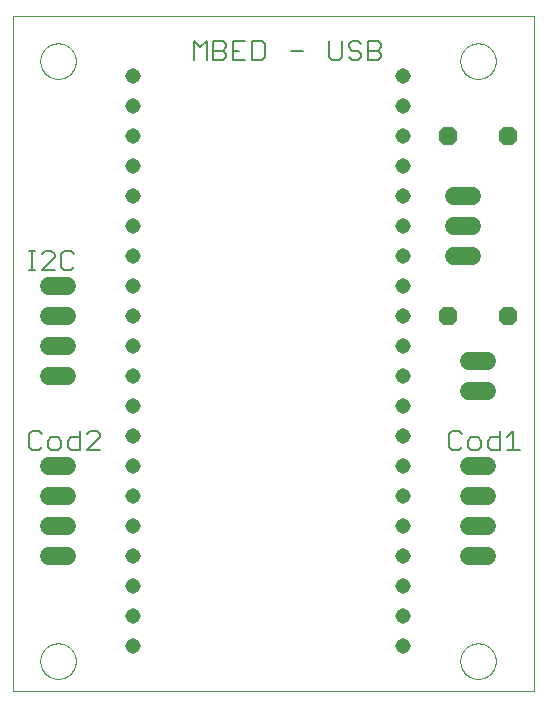
<source format=gtl>
G75*
%MOIN*%
%OFA0B0*%
%FSLAX25Y25*%
%IPPOS*%
%LPD*%
%AMOC8*
5,1,8,0,0,1.08239X$1,22.5*
%
%ADD10C,0.00000*%
%ADD11C,0.00600*%
%ADD12C,0.05937*%
%ADD13OC8,0.06300*%
%ADD14C,0.06000*%
%ADD15C,0.05150*%
D10*
X0006333Y0002000D02*
X0006333Y0226961D01*
X0180034Y0226961D01*
X0180034Y0002000D01*
X0006333Y0002000D01*
X0015427Y0012000D02*
X0015429Y0012153D01*
X0015435Y0012307D01*
X0015445Y0012460D01*
X0015459Y0012612D01*
X0015477Y0012765D01*
X0015499Y0012916D01*
X0015524Y0013067D01*
X0015554Y0013218D01*
X0015588Y0013368D01*
X0015625Y0013516D01*
X0015666Y0013664D01*
X0015711Y0013810D01*
X0015760Y0013956D01*
X0015813Y0014100D01*
X0015869Y0014242D01*
X0015929Y0014383D01*
X0015993Y0014523D01*
X0016060Y0014661D01*
X0016131Y0014797D01*
X0016206Y0014931D01*
X0016283Y0015063D01*
X0016365Y0015193D01*
X0016449Y0015321D01*
X0016537Y0015447D01*
X0016628Y0015570D01*
X0016722Y0015691D01*
X0016820Y0015809D01*
X0016920Y0015925D01*
X0017024Y0016038D01*
X0017130Y0016149D01*
X0017239Y0016257D01*
X0017351Y0016362D01*
X0017465Y0016463D01*
X0017583Y0016562D01*
X0017702Y0016658D01*
X0017824Y0016751D01*
X0017949Y0016840D01*
X0018076Y0016927D01*
X0018205Y0017009D01*
X0018336Y0017089D01*
X0018469Y0017165D01*
X0018604Y0017238D01*
X0018741Y0017307D01*
X0018880Y0017372D01*
X0019020Y0017434D01*
X0019162Y0017492D01*
X0019305Y0017547D01*
X0019450Y0017598D01*
X0019596Y0017645D01*
X0019743Y0017688D01*
X0019891Y0017727D01*
X0020040Y0017763D01*
X0020190Y0017794D01*
X0020341Y0017822D01*
X0020492Y0017846D01*
X0020645Y0017866D01*
X0020797Y0017882D01*
X0020950Y0017894D01*
X0021103Y0017902D01*
X0021256Y0017906D01*
X0021410Y0017906D01*
X0021563Y0017902D01*
X0021716Y0017894D01*
X0021869Y0017882D01*
X0022021Y0017866D01*
X0022174Y0017846D01*
X0022325Y0017822D01*
X0022476Y0017794D01*
X0022626Y0017763D01*
X0022775Y0017727D01*
X0022923Y0017688D01*
X0023070Y0017645D01*
X0023216Y0017598D01*
X0023361Y0017547D01*
X0023504Y0017492D01*
X0023646Y0017434D01*
X0023786Y0017372D01*
X0023925Y0017307D01*
X0024062Y0017238D01*
X0024197Y0017165D01*
X0024330Y0017089D01*
X0024461Y0017009D01*
X0024590Y0016927D01*
X0024717Y0016840D01*
X0024842Y0016751D01*
X0024964Y0016658D01*
X0025083Y0016562D01*
X0025201Y0016463D01*
X0025315Y0016362D01*
X0025427Y0016257D01*
X0025536Y0016149D01*
X0025642Y0016038D01*
X0025746Y0015925D01*
X0025846Y0015809D01*
X0025944Y0015691D01*
X0026038Y0015570D01*
X0026129Y0015447D01*
X0026217Y0015321D01*
X0026301Y0015193D01*
X0026383Y0015063D01*
X0026460Y0014931D01*
X0026535Y0014797D01*
X0026606Y0014661D01*
X0026673Y0014523D01*
X0026737Y0014383D01*
X0026797Y0014242D01*
X0026853Y0014100D01*
X0026906Y0013956D01*
X0026955Y0013810D01*
X0027000Y0013664D01*
X0027041Y0013516D01*
X0027078Y0013368D01*
X0027112Y0013218D01*
X0027142Y0013067D01*
X0027167Y0012916D01*
X0027189Y0012765D01*
X0027207Y0012612D01*
X0027221Y0012460D01*
X0027231Y0012307D01*
X0027237Y0012153D01*
X0027239Y0012000D01*
X0027237Y0011847D01*
X0027231Y0011693D01*
X0027221Y0011540D01*
X0027207Y0011388D01*
X0027189Y0011235D01*
X0027167Y0011084D01*
X0027142Y0010933D01*
X0027112Y0010782D01*
X0027078Y0010632D01*
X0027041Y0010484D01*
X0027000Y0010336D01*
X0026955Y0010190D01*
X0026906Y0010044D01*
X0026853Y0009900D01*
X0026797Y0009758D01*
X0026737Y0009617D01*
X0026673Y0009477D01*
X0026606Y0009339D01*
X0026535Y0009203D01*
X0026460Y0009069D01*
X0026383Y0008937D01*
X0026301Y0008807D01*
X0026217Y0008679D01*
X0026129Y0008553D01*
X0026038Y0008430D01*
X0025944Y0008309D01*
X0025846Y0008191D01*
X0025746Y0008075D01*
X0025642Y0007962D01*
X0025536Y0007851D01*
X0025427Y0007743D01*
X0025315Y0007638D01*
X0025201Y0007537D01*
X0025083Y0007438D01*
X0024964Y0007342D01*
X0024842Y0007249D01*
X0024717Y0007160D01*
X0024590Y0007073D01*
X0024461Y0006991D01*
X0024330Y0006911D01*
X0024197Y0006835D01*
X0024062Y0006762D01*
X0023925Y0006693D01*
X0023786Y0006628D01*
X0023646Y0006566D01*
X0023504Y0006508D01*
X0023361Y0006453D01*
X0023216Y0006402D01*
X0023070Y0006355D01*
X0022923Y0006312D01*
X0022775Y0006273D01*
X0022626Y0006237D01*
X0022476Y0006206D01*
X0022325Y0006178D01*
X0022174Y0006154D01*
X0022021Y0006134D01*
X0021869Y0006118D01*
X0021716Y0006106D01*
X0021563Y0006098D01*
X0021410Y0006094D01*
X0021256Y0006094D01*
X0021103Y0006098D01*
X0020950Y0006106D01*
X0020797Y0006118D01*
X0020645Y0006134D01*
X0020492Y0006154D01*
X0020341Y0006178D01*
X0020190Y0006206D01*
X0020040Y0006237D01*
X0019891Y0006273D01*
X0019743Y0006312D01*
X0019596Y0006355D01*
X0019450Y0006402D01*
X0019305Y0006453D01*
X0019162Y0006508D01*
X0019020Y0006566D01*
X0018880Y0006628D01*
X0018741Y0006693D01*
X0018604Y0006762D01*
X0018469Y0006835D01*
X0018336Y0006911D01*
X0018205Y0006991D01*
X0018076Y0007073D01*
X0017949Y0007160D01*
X0017824Y0007249D01*
X0017702Y0007342D01*
X0017583Y0007438D01*
X0017465Y0007537D01*
X0017351Y0007638D01*
X0017239Y0007743D01*
X0017130Y0007851D01*
X0017024Y0007962D01*
X0016920Y0008075D01*
X0016820Y0008191D01*
X0016722Y0008309D01*
X0016628Y0008430D01*
X0016537Y0008553D01*
X0016449Y0008679D01*
X0016365Y0008807D01*
X0016283Y0008937D01*
X0016206Y0009069D01*
X0016131Y0009203D01*
X0016060Y0009339D01*
X0015993Y0009477D01*
X0015929Y0009617D01*
X0015869Y0009758D01*
X0015813Y0009900D01*
X0015760Y0010044D01*
X0015711Y0010190D01*
X0015666Y0010336D01*
X0015625Y0010484D01*
X0015588Y0010632D01*
X0015554Y0010782D01*
X0015524Y0010933D01*
X0015499Y0011084D01*
X0015477Y0011235D01*
X0015459Y0011388D01*
X0015445Y0011540D01*
X0015435Y0011693D01*
X0015429Y0011847D01*
X0015427Y0012000D01*
X0155427Y0012000D02*
X0155429Y0012153D01*
X0155435Y0012307D01*
X0155445Y0012460D01*
X0155459Y0012612D01*
X0155477Y0012765D01*
X0155499Y0012916D01*
X0155524Y0013067D01*
X0155554Y0013218D01*
X0155588Y0013368D01*
X0155625Y0013516D01*
X0155666Y0013664D01*
X0155711Y0013810D01*
X0155760Y0013956D01*
X0155813Y0014100D01*
X0155869Y0014242D01*
X0155929Y0014383D01*
X0155993Y0014523D01*
X0156060Y0014661D01*
X0156131Y0014797D01*
X0156206Y0014931D01*
X0156283Y0015063D01*
X0156365Y0015193D01*
X0156449Y0015321D01*
X0156537Y0015447D01*
X0156628Y0015570D01*
X0156722Y0015691D01*
X0156820Y0015809D01*
X0156920Y0015925D01*
X0157024Y0016038D01*
X0157130Y0016149D01*
X0157239Y0016257D01*
X0157351Y0016362D01*
X0157465Y0016463D01*
X0157583Y0016562D01*
X0157702Y0016658D01*
X0157824Y0016751D01*
X0157949Y0016840D01*
X0158076Y0016927D01*
X0158205Y0017009D01*
X0158336Y0017089D01*
X0158469Y0017165D01*
X0158604Y0017238D01*
X0158741Y0017307D01*
X0158880Y0017372D01*
X0159020Y0017434D01*
X0159162Y0017492D01*
X0159305Y0017547D01*
X0159450Y0017598D01*
X0159596Y0017645D01*
X0159743Y0017688D01*
X0159891Y0017727D01*
X0160040Y0017763D01*
X0160190Y0017794D01*
X0160341Y0017822D01*
X0160492Y0017846D01*
X0160645Y0017866D01*
X0160797Y0017882D01*
X0160950Y0017894D01*
X0161103Y0017902D01*
X0161256Y0017906D01*
X0161410Y0017906D01*
X0161563Y0017902D01*
X0161716Y0017894D01*
X0161869Y0017882D01*
X0162021Y0017866D01*
X0162174Y0017846D01*
X0162325Y0017822D01*
X0162476Y0017794D01*
X0162626Y0017763D01*
X0162775Y0017727D01*
X0162923Y0017688D01*
X0163070Y0017645D01*
X0163216Y0017598D01*
X0163361Y0017547D01*
X0163504Y0017492D01*
X0163646Y0017434D01*
X0163786Y0017372D01*
X0163925Y0017307D01*
X0164062Y0017238D01*
X0164197Y0017165D01*
X0164330Y0017089D01*
X0164461Y0017009D01*
X0164590Y0016927D01*
X0164717Y0016840D01*
X0164842Y0016751D01*
X0164964Y0016658D01*
X0165083Y0016562D01*
X0165201Y0016463D01*
X0165315Y0016362D01*
X0165427Y0016257D01*
X0165536Y0016149D01*
X0165642Y0016038D01*
X0165746Y0015925D01*
X0165846Y0015809D01*
X0165944Y0015691D01*
X0166038Y0015570D01*
X0166129Y0015447D01*
X0166217Y0015321D01*
X0166301Y0015193D01*
X0166383Y0015063D01*
X0166460Y0014931D01*
X0166535Y0014797D01*
X0166606Y0014661D01*
X0166673Y0014523D01*
X0166737Y0014383D01*
X0166797Y0014242D01*
X0166853Y0014100D01*
X0166906Y0013956D01*
X0166955Y0013810D01*
X0167000Y0013664D01*
X0167041Y0013516D01*
X0167078Y0013368D01*
X0167112Y0013218D01*
X0167142Y0013067D01*
X0167167Y0012916D01*
X0167189Y0012765D01*
X0167207Y0012612D01*
X0167221Y0012460D01*
X0167231Y0012307D01*
X0167237Y0012153D01*
X0167239Y0012000D01*
X0167237Y0011847D01*
X0167231Y0011693D01*
X0167221Y0011540D01*
X0167207Y0011388D01*
X0167189Y0011235D01*
X0167167Y0011084D01*
X0167142Y0010933D01*
X0167112Y0010782D01*
X0167078Y0010632D01*
X0167041Y0010484D01*
X0167000Y0010336D01*
X0166955Y0010190D01*
X0166906Y0010044D01*
X0166853Y0009900D01*
X0166797Y0009758D01*
X0166737Y0009617D01*
X0166673Y0009477D01*
X0166606Y0009339D01*
X0166535Y0009203D01*
X0166460Y0009069D01*
X0166383Y0008937D01*
X0166301Y0008807D01*
X0166217Y0008679D01*
X0166129Y0008553D01*
X0166038Y0008430D01*
X0165944Y0008309D01*
X0165846Y0008191D01*
X0165746Y0008075D01*
X0165642Y0007962D01*
X0165536Y0007851D01*
X0165427Y0007743D01*
X0165315Y0007638D01*
X0165201Y0007537D01*
X0165083Y0007438D01*
X0164964Y0007342D01*
X0164842Y0007249D01*
X0164717Y0007160D01*
X0164590Y0007073D01*
X0164461Y0006991D01*
X0164330Y0006911D01*
X0164197Y0006835D01*
X0164062Y0006762D01*
X0163925Y0006693D01*
X0163786Y0006628D01*
X0163646Y0006566D01*
X0163504Y0006508D01*
X0163361Y0006453D01*
X0163216Y0006402D01*
X0163070Y0006355D01*
X0162923Y0006312D01*
X0162775Y0006273D01*
X0162626Y0006237D01*
X0162476Y0006206D01*
X0162325Y0006178D01*
X0162174Y0006154D01*
X0162021Y0006134D01*
X0161869Y0006118D01*
X0161716Y0006106D01*
X0161563Y0006098D01*
X0161410Y0006094D01*
X0161256Y0006094D01*
X0161103Y0006098D01*
X0160950Y0006106D01*
X0160797Y0006118D01*
X0160645Y0006134D01*
X0160492Y0006154D01*
X0160341Y0006178D01*
X0160190Y0006206D01*
X0160040Y0006237D01*
X0159891Y0006273D01*
X0159743Y0006312D01*
X0159596Y0006355D01*
X0159450Y0006402D01*
X0159305Y0006453D01*
X0159162Y0006508D01*
X0159020Y0006566D01*
X0158880Y0006628D01*
X0158741Y0006693D01*
X0158604Y0006762D01*
X0158469Y0006835D01*
X0158336Y0006911D01*
X0158205Y0006991D01*
X0158076Y0007073D01*
X0157949Y0007160D01*
X0157824Y0007249D01*
X0157702Y0007342D01*
X0157583Y0007438D01*
X0157465Y0007537D01*
X0157351Y0007638D01*
X0157239Y0007743D01*
X0157130Y0007851D01*
X0157024Y0007962D01*
X0156920Y0008075D01*
X0156820Y0008191D01*
X0156722Y0008309D01*
X0156628Y0008430D01*
X0156537Y0008553D01*
X0156449Y0008679D01*
X0156365Y0008807D01*
X0156283Y0008937D01*
X0156206Y0009069D01*
X0156131Y0009203D01*
X0156060Y0009339D01*
X0155993Y0009477D01*
X0155929Y0009617D01*
X0155869Y0009758D01*
X0155813Y0009900D01*
X0155760Y0010044D01*
X0155711Y0010190D01*
X0155666Y0010336D01*
X0155625Y0010484D01*
X0155588Y0010632D01*
X0155554Y0010782D01*
X0155524Y0010933D01*
X0155499Y0011084D01*
X0155477Y0011235D01*
X0155459Y0011388D01*
X0155445Y0011540D01*
X0155435Y0011693D01*
X0155429Y0011847D01*
X0155427Y0012000D01*
X0155427Y0212000D02*
X0155429Y0212153D01*
X0155435Y0212307D01*
X0155445Y0212460D01*
X0155459Y0212612D01*
X0155477Y0212765D01*
X0155499Y0212916D01*
X0155524Y0213067D01*
X0155554Y0213218D01*
X0155588Y0213368D01*
X0155625Y0213516D01*
X0155666Y0213664D01*
X0155711Y0213810D01*
X0155760Y0213956D01*
X0155813Y0214100D01*
X0155869Y0214242D01*
X0155929Y0214383D01*
X0155993Y0214523D01*
X0156060Y0214661D01*
X0156131Y0214797D01*
X0156206Y0214931D01*
X0156283Y0215063D01*
X0156365Y0215193D01*
X0156449Y0215321D01*
X0156537Y0215447D01*
X0156628Y0215570D01*
X0156722Y0215691D01*
X0156820Y0215809D01*
X0156920Y0215925D01*
X0157024Y0216038D01*
X0157130Y0216149D01*
X0157239Y0216257D01*
X0157351Y0216362D01*
X0157465Y0216463D01*
X0157583Y0216562D01*
X0157702Y0216658D01*
X0157824Y0216751D01*
X0157949Y0216840D01*
X0158076Y0216927D01*
X0158205Y0217009D01*
X0158336Y0217089D01*
X0158469Y0217165D01*
X0158604Y0217238D01*
X0158741Y0217307D01*
X0158880Y0217372D01*
X0159020Y0217434D01*
X0159162Y0217492D01*
X0159305Y0217547D01*
X0159450Y0217598D01*
X0159596Y0217645D01*
X0159743Y0217688D01*
X0159891Y0217727D01*
X0160040Y0217763D01*
X0160190Y0217794D01*
X0160341Y0217822D01*
X0160492Y0217846D01*
X0160645Y0217866D01*
X0160797Y0217882D01*
X0160950Y0217894D01*
X0161103Y0217902D01*
X0161256Y0217906D01*
X0161410Y0217906D01*
X0161563Y0217902D01*
X0161716Y0217894D01*
X0161869Y0217882D01*
X0162021Y0217866D01*
X0162174Y0217846D01*
X0162325Y0217822D01*
X0162476Y0217794D01*
X0162626Y0217763D01*
X0162775Y0217727D01*
X0162923Y0217688D01*
X0163070Y0217645D01*
X0163216Y0217598D01*
X0163361Y0217547D01*
X0163504Y0217492D01*
X0163646Y0217434D01*
X0163786Y0217372D01*
X0163925Y0217307D01*
X0164062Y0217238D01*
X0164197Y0217165D01*
X0164330Y0217089D01*
X0164461Y0217009D01*
X0164590Y0216927D01*
X0164717Y0216840D01*
X0164842Y0216751D01*
X0164964Y0216658D01*
X0165083Y0216562D01*
X0165201Y0216463D01*
X0165315Y0216362D01*
X0165427Y0216257D01*
X0165536Y0216149D01*
X0165642Y0216038D01*
X0165746Y0215925D01*
X0165846Y0215809D01*
X0165944Y0215691D01*
X0166038Y0215570D01*
X0166129Y0215447D01*
X0166217Y0215321D01*
X0166301Y0215193D01*
X0166383Y0215063D01*
X0166460Y0214931D01*
X0166535Y0214797D01*
X0166606Y0214661D01*
X0166673Y0214523D01*
X0166737Y0214383D01*
X0166797Y0214242D01*
X0166853Y0214100D01*
X0166906Y0213956D01*
X0166955Y0213810D01*
X0167000Y0213664D01*
X0167041Y0213516D01*
X0167078Y0213368D01*
X0167112Y0213218D01*
X0167142Y0213067D01*
X0167167Y0212916D01*
X0167189Y0212765D01*
X0167207Y0212612D01*
X0167221Y0212460D01*
X0167231Y0212307D01*
X0167237Y0212153D01*
X0167239Y0212000D01*
X0167237Y0211847D01*
X0167231Y0211693D01*
X0167221Y0211540D01*
X0167207Y0211388D01*
X0167189Y0211235D01*
X0167167Y0211084D01*
X0167142Y0210933D01*
X0167112Y0210782D01*
X0167078Y0210632D01*
X0167041Y0210484D01*
X0167000Y0210336D01*
X0166955Y0210190D01*
X0166906Y0210044D01*
X0166853Y0209900D01*
X0166797Y0209758D01*
X0166737Y0209617D01*
X0166673Y0209477D01*
X0166606Y0209339D01*
X0166535Y0209203D01*
X0166460Y0209069D01*
X0166383Y0208937D01*
X0166301Y0208807D01*
X0166217Y0208679D01*
X0166129Y0208553D01*
X0166038Y0208430D01*
X0165944Y0208309D01*
X0165846Y0208191D01*
X0165746Y0208075D01*
X0165642Y0207962D01*
X0165536Y0207851D01*
X0165427Y0207743D01*
X0165315Y0207638D01*
X0165201Y0207537D01*
X0165083Y0207438D01*
X0164964Y0207342D01*
X0164842Y0207249D01*
X0164717Y0207160D01*
X0164590Y0207073D01*
X0164461Y0206991D01*
X0164330Y0206911D01*
X0164197Y0206835D01*
X0164062Y0206762D01*
X0163925Y0206693D01*
X0163786Y0206628D01*
X0163646Y0206566D01*
X0163504Y0206508D01*
X0163361Y0206453D01*
X0163216Y0206402D01*
X0163070Y0206355D01*
X0162923Y0206312D01*
X0162775Y0206273D01*
X0162626Y0206237D01*
X0162476Y0206206D01*
X0162325Y0206178D01*
X0162174Y0206154D01*
X0162021Y0206134D01*
X0161869Y0206118D01*
X0161716Y0206106D01*
X0161563Y0206098D01*
X0161410Y0206094D01*
X0161256Y0206094D01*
X0161103Y0206098D01*
X0160950Y0206106D01*
X0160797Y0206118D01*
X0160645Y0206134D01*
X0160492Y0206154D01*
X0160341Y0206178D01*
X0160190Y0206206D01*
X0160040Y0206237D01*
X0159891Y0206273D01*
X0159743Y0206312D01*
X0159596Y0206355D01*
X0159450Y0206402D01*
X0159305Y0206453D01*
X0159162Y0206508D01*
X0159020Y0206566D01*
X0158880Y0206628D01*
X0158741Y0206693D01*
X0158604Y0206762D01*
X0158469Y0206835D01*
X0158336Y0206911D01*
X0158205Y0206991D01*
X0158076Y0207073D01*
X0157949Y0207160D01*
X0157824Y0207249D01*
X0157702Y0207342D01*
X0157583Y0207438D01*
X0157465Y0207537D01*
X0157351Y0207638D01*
X0157239Y0207743D01*
X0157130Y0207851D01*
X0157024Y0207962D01*
X0156920Y0208075D01*
X0156820Y0208191D01*
X0156722Y0208309D01*
X0156628Y0208430D01*
X0156537Y0208553D01*
X0156449Y0208679D01*
X0156365Y0208807D01*
X0156283Y0208937D01*
X0156206Y0209069D01*
X0156131Y0209203D01*
X0156060Y0209339D01*
X0155993Y0209477D01*
X0155929Y0209617D01*
X0155869Y0209758D01*
X0155813Y0209900D01*
X0155760Y0210044D01*
X0155711Y0210190D01*
X0155666Y0210336D01*
X0155625Y0210484D01*
X0155588Y0210632D01*
X0155554Y0210782D01*
X0155524Y0210933D01*
X0155499Y0211084D01*
X0155477Y0211235D01*
X0155459Y0211388D01*
X0155445Y0211540D01*
X0155435Y0211693D01*
X0155429Y0211847D01*
X0155427Y0212000D01*
X0015427Y0212000D02*
X0015429Y0212153D01*
X0015435Y0212307D01*
X0015445Y0212460D01*
X0015459Y0212612D01*
X0015477Y0212765D01*
X0015499Y0212916D01*
X0015524Y0213067D01*
X0015554Y0213218D01*
X0015588Y0213368D01*
X0015625Y0213516D01*
X0015666Y0213664D01*
X0015711Y0213810D01*
X0015760Y0213956D01*
X0015813Y0214100D01*
X0015869Y0214242D01*
X0015929Y0214383D01*
X0015993Y0214523D01*
X0016060Y0214661D01*
X0016131Y0214797D01*
X0016206Y0214931D01*
X0016283Y0215063D01*
X0016365Y0215193D01*
X0016449Y0215321D01*
X0016537Y0215447D01*
X0016628Y0215570D01*
X0016722Y0215691D01*
X0016820Y0215809D01*
X0016920Y0215925D01*
X0017024Y0216038D01*
X0017130Y0216149D01*
X0017239Y0216257D01*
X0017351Y0216362D01*
X0017465Y0216463D01*
X0017583Y0216562D01*
X0017702Y0216658D01*
X0017824Y0216751D01*
X0017949Y0216840D01*
X0018076Y0216927D01*
X0018205Y0217009D01*
X0018336Y0217089D01*
X0018469Y0217165D01*
X0018604Y0217238D01*
X0018741Y0217307D01*
X0018880Y0217372D01*
X0019020Y0217434D01*
X0019162Y0217492D01*
X0019305Y0217547D01*
X0019450Y0217598D01*
X0019596Y0217645D01*
X0019743Y0217688D01*
X0019891Y0217727D01*
X0020040Y0217763D01*
X0020190Y0217794D01*
X0020341Y0217822D01*
X0020492Y0217846D01*
X0020645Y0217866D01*
X0020797Y0217882D01*
X0020950Y0217894D01*
X0021103Y0217902D01*
X0021256Y0217906D01*
X0021410Y0217906D01*
X0021563Y0217902D01*
X0021716Y0217894D01*
X0021869Y0217882D01*
X0022021Y0217866D01*
X0022174Y0217846D01*
X0022325Y0217822D01*
X0022476Y0217794D01*
X0022626Y0217763D01*
X0022775Y0217727D01*
X0022923Y0217688D01*
X0023070Y0217645D01*
X0023216Y0217598D01*
X0023361Y0217547D01*
X0023504Y0217492D01*
X0023646Y0217434D01*
X0023786Y0217372D01*
X0023925Y0217307D01*
X0024062Y0217238D01*
X0024197Y0217165D01*
X0024330Y0217089D01*
X0024461Y0217009D01*
X0024590Y0216927D01*
X0024717Y0216840D01*
X0024842Y0216751D01*
X0024964Y0216658D01*
X0025083Y0216562D01*
X0025201Y0216463D01*
X0025315Y0216362D01*
X0025427Y0216257D01*
X0025536Y0216149D01*
X0025642Y0216038D01*
X0025746Y0215925D01*
X0025846Y0215809D01*
X0025944Y0215691D01*
X0026038Y0215570D01*
X0026129Y0215447D01*
X0026217Y0215321D01*
X0026301Y0215193D01*
X0026383Y0215063D01*
X0026460Y0214931D01*
X0026535Y0214797D01*
X0026606Y0214661D01*
X0026673Y0214523D01*
X0026737Y0214383D01*
X0026797Y0214242D01*
X0026853Y0214100D01*
X0026906Y0213956D01*
X0026955Y0213810D01*
X0027000Y0213664D01*
X0027041Y0213516D01*
X0027078Y0213368D01*
X0027112Y0213218D01*
X0027142Y0213067D01*
X0027167Y0212916D01*
X0027189Y0212765D01*
X0027207Y0212612D01*
X0027221Y0212460D01*
X0027231Y0212307D01*
X0027237Y0212153D01*
X0027239Y0212000D01*
X0027237Y0211847D01*
X0027231Y0211693D01*
X0027221Y0211540D01*
X0027207Y0211388D01*
X0027189Y0211235D01*
X0027167Y0211084D01*
X0027142Y0210933D01*
X0027112Y0210782D01*
X0027078Y0210632D01*
X0027041Y0210484D01*
X0027000Y0210336D01*
X0026955Y0210190D01*
X0026906Y0210044D01*
X0026853Y0209900D01*
X0026797Y0209758D01*
X0026737Y0209617D01*
X0026673Y0209477D01*
X0026606Y0209339D01*
X0026535Y0209203D01*
X0026460Y0209069D01*
X0026383Y0208937D01*
X0026301Y0208807D01*
X0026217Y0208679D01*
X0026129Y0208553D01*
X0026038Y0208430D01*
X0025944Y0208309D01*
X0025846Y0208191D01*
X0025746Y0208075D01*
X0025642Y0207962D01*
X0025536Y0207851D01*
X0025427Y0207743D01*
X0025315Y0207638D01*
X0025201Y0207537D01*
X0025083Y0207438D01*
X0024964Y0207342D01*
X0024842Y0207249D01*
X0024717Y0207160D01*
X0024590Y0207073D01*
X0024461Y0206991D01*
X0024330Y0206911D01*
X0024197Y0206835D01*
X0024062Y0206762D01*
X0023925Y0206693D01*
X0023786Y0206628D01*
X0023646Y0206566D01*
X0023504Y0206508D01*
X0023361Y0206453D01*
X0023216Y0206402D01*
X0023070Y0206355D01*
X0022923Y0206312D01*
X0022775Y0206273D01*
X0022626Y0206237D01*
X0022476Y0206206D01*
X0022325Y0206178D01*
X0022174Y0206154D01*
X0022021Y0206134D01*
X0021869Y0206118D01*
X0021716Y0206106D01*
X0021563Y0206098D01*
X0021410Y0206094D01*
X0021256Y0206094D01*
X0021103Y0206098D01*
X0020950Y0206106D01*
X0020797Y0206118D01*
X0020645Y0206134D01*
X0020492Y0206154D01*
X0020341Y0206178D01*
X0020190Y0206206D01*
X0020040Y0206237D01*
X0019891Y0206273D01*
X0019743Y0206312D01*
X0019596Y0206355D01*
X0019450Y0206402D01*
X0019305Y0206453D01*
X0019162Y0206508D01*
X0019020Y0206566D01*
X0018880Y0206628D01*
X0018741Y0206693D01*
X0018604Y0206762D01*
X0018469Y0206835D01*
X0018336Y0206911D01*
X0018205Y0206991D01*
X0018076Y0207073D01*
X0017949Y0207160D01*
X0017824Y0207249D01*
X0017702Y0207342D01*
X0017583Y0207438D01*
X0017465Y0207537D01*
X0017351Y0207638D01*
X0017239Y0207743D01*
X0017130Y0207851D01*
X0017024Y0207962D01*
X0016920Y0208075D01*
X0016820Y0208191D01*
X0016722Y0208309D01*
X0016628Y0208430D01*
X0016537Y0208553D01*
X0016449Y0208679D01*
X0016365Y0208807D01*
X0016283Y0208937D01*
X0016206Y0209069D01*
X0016131Y0209203D01*
X0016060Y0209339D01*
X0015993Y0209477D01*
X0015929Y0209617D01*
X0015869Y0209758D01*
X0015813Y0209900D01*
X0015760Y0210044D01*
X0015711Y0210190D01*
X0015666Y0210336D01*
X0015625Y0210484D01*
X0015588Y0210632D01*
X0015554Y0210782D01*
X0015524Y0210933D01*
X0015499Y0211084D01*
X0015477Y0211235D01*
X0015459Y0211388D01*
X0015445Y0211540D01*
X0015435Y0211693D01*
X0015429Y0211847D01*
X0015427Y0212000D01*
D11*
X0066633Y0212300D02*
X0066633Y0218705D01*
X0068768Y0216570D01*
X0070904Y0218705D01*
X0070904Y0212300D01*
X0073079Y0212300D02*
X0076282Y0212300D01*
X0077349Y0213368D01*
X0077349Y0214435D01*
X0076282Y0215503D01*
X0073079Y0215503D01*
X0073079Y0218705D02*
X0073079Y0212300D01*
X0076282Y0215503D02*
X0077349Y0216570D01*
X0077349Y0217638D01*
X0076282Y0218705D01*
X0073079Y0218705D01*
X0079524Y0218705D02*
X0079524Y0212300D01*
X0083795Y0212300D01*
X0081659Y0215503D02*
X0079524Y0215503D01*
X0079524Y0218705D02*
X0083795Y0218705D01*
X0085970Y0218705D02*
X0089173Y0218705D01*
X0090240Y0217638D01*
X0090240Y0213368D01*
X0089173Y0212300D01*
X0085970Y0212300D01*
X0085970Y0218705D01*
X0098861Y0215503D02*
X0103131Y0215503D01*
X0111752Y0213368D02*
X0112819Y0212300D01*
X0114955Y0212300D01*
X0116022Y0213368D01*
X0116022Y0218705D01*
X0118197Y0217638D02*
X0118197Y0216570D01*
X0119265Y0215503D01*
X0121400Y0215503D01*
X0122468Y0214435D01*
X0122468Y0213368D01*
X0121400Y0212300D01*
X0119265Y0212300D01*
X0118197Y0213368D01*
X0118197Y0217638D02*
X0119265Y0218705D01*
X0121400Y0218705D01*
X0122468Y0217638D01*
X0124643Y0218705D02*
X0127846Y0218705D01*
X0128913Y0217638D01*
X0128913Y0216570D01*
X0127846Y0215503D01*
X0124643Y0215503D01*
X0124643Y0218705D02*
X0124643Y0212300D01*
X0127846Y0212300D01*
X0128913Y0213368D01*
X0128913Y0214435D01*
X0127846Y0215503D01*
X0111752Y0213368D02*
X0111752Y0218705D01*
X0026646Y0147638D02*
X0025579Y0148705D01*
X0023443Y0148705D01*
X0022376Y0147638D01*
X0022376Y0143368D01*
X0023443Y0142300D01*
X0025579Y0142300D01*
X0026646Y0143368D01*
X0020201Y0142300D02*
X0015930Y0142300D01*
X0020201Y0146570D01*
X0020201Y0147638D01*
X0019133Y0148705D01*
X0016998Y0148705D01*
X0015930Y0147638D01*
X0013768Y0148705D02*
X0011633Y0148705D01*
X0012701Y0148705D02*
X0012701Y0142300D01*
X0013768Y0142300D02*
X0011633Y0142300D01*
X0012701Y0088705D02*
X0011633Y0087638D01*
X0011633Y0083368D01*
X0012701Y0082300D01*
X0014836Y0082300D01*
X0015904Y0083368D01*
X0018079Y0083368D02*
X0018079Y0085503D01*
X0019146Y0086570D01*
X0021282Y0086570D01*
X0022349Y0085503D01*
X0022349Y0083368D01*
X0021282Y0082300D01*
X0019146Y0082300D01*
X0018079Y0083368D01*
X0015904Y0087638D02*
X0014836Y0088705D01*
X0012701Y0088705D01*
X0024524Y0085503D02*
X0024524Y0083368D01*
X0025592Y0082300D01*
X0028795Y0082300D01*
X0028795Y0088705D01*
X0028795Y0086570D02*
X0025592Y0086570D01*
X0024524Y0085503D01*
X0030970Y0087638D02*
X0032037Y0088705D01*
X0034173Y0088705D01*
X0035240Y0087638D01*
X0035240Y0086570D01*
X0030970Y0082300D01*
X0035240Y0082300D01*
X0151633Y0083368D02*
X0152701Y0082300D01*
X0154836Y0082300D01*
X0155904Y0083368D01*
X0158079Y0083368D02*
X0158079Y0085503D01*
X0159146Y0086570D01*
X0161282Y0086570D01*
X0162349Y0085503D01*
X0162349Y0083368D01*
X0161282Y0082300D01*
X0159146Y0082300D01*
X0158079Y0083368D01*
X0155904Y0087638D02*
X0154836Y0088705D01*
X0152701Y0088705D01*
X0151633Y0087638D01*
X0151633Y0083368D01*
X0164524Y0083368D02*
X0165592Y0082300D01*
X0168795Y0082300D01*
X0168795Y0088705D01*
X0168795Y0086570D02*
X0165592Y0086570D01*
X0164524Y0085503D01*
X0164524Y0083368D01*
X0170970Y0082300D02*
X0175240Y0082300D01*
X0173105Y0082300D02*
X0173105Y0088705D01*
X0170970Y0086570D01*
D12*
X0164302Y0077000D02*
X0158365Y0077000D01*
X0158365Y0067000D02*
X0164302Y0067000D01*
X0164302Y0057000D02*
X0158365Y0057000D01*
X0158365Y0047000D02*
X0164302Y0047000D01*
X0164302Y0102000D02*
X0158365Y0102000D01*
X0158365Y0112000D02*
X0164302Y0112000D01*
X0024302Y0107000D02*
X0018365Y0107000D01*
X0018365Y0117000D02*
X0024302Y0117000D01*
X0024302Y0127000D02*
X0018365Y0127000D01*
X0018365Y0137000D02*
X0024302Y0137000D01*
X0024302Y0077000D02*
X0018365Y0077000D01*
X0018365Y0067000D02*
X0024302Y0067000D01*
X0024302Y0057000D02*
X0018365Y0057000D01*
X0018365Y0047000D02*
X0024302Y0047000D01*
D13*
X0151333Y0127000D03*
X0171333Y0127000D03*
X0171333Y0187000D03*
X0151333Y0187000D03*
D14*
X0153333Y0167000D02*
X0159333Y0167000D01*
X0159333Y0157000D02*
X0153333Y0157000D01*
X0153333Y0147000D02*
X0159333Y0147000D01*
D15*
X0136333Y0147000D03*
X0136333Y0157000D03*
X0136333Y0167000D03*
X0136333Y0177000D03*
X0136333Y0187000D03*
X0136333Y0197000D03*
X0136333Y0207000D03*
X0136333Y0137000D03*
X0136333Y0127000D03*
X0136333Y0117000D03*
X0136333Y0107000D03*
X0136333Y0097000D03*
X0136333Y0087000D03*
X0136333Y0077000D03*
X0136333Y0067000D03*
X0136333Y0057000D03*
X0136333Y0047000D03*
X0136333Y0037000D03*
X0136333Y0027000D03*
X0136333Y0017000D03*
X0046333Y0017000D03*
X0046333Y0027000D03*
X0046333Y0037000D03*
X0046333Y0047000D03*
X0046333Y0057000D03*
X0046333Y0067000D03*
X0046333Y0077000D03*
X0046333Y0087000D03*
X0046333Y0097000D03*
X0046333Y0107000D03*
X0046333Y0117000D03*
X0046333Y0127000D03*
X0046333Y0137000D03*
X0046333Y0147000D03*
X0046333Y0157000D03*
X0046333Y0167000D03*
X0046333Y0177000D03*
X0046333Y0187000D03*
X0046333Y0197000D03*
X0046333Y0207000D03*
M02*

</source>
